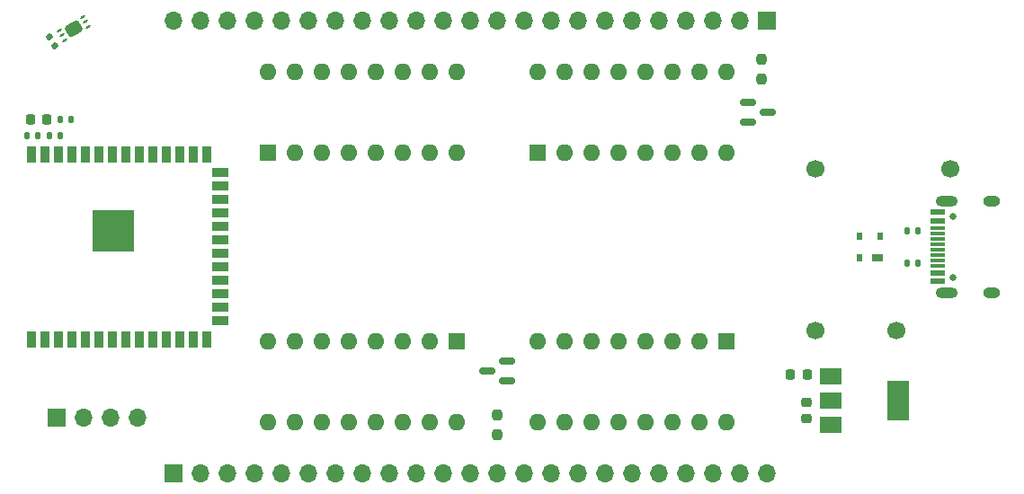
<source format=gbr>
%TF.GenerationSoftware,KiCad,Pcbnew,7.0.5*%
%TF.CreationDate,2023-07-04T20:42:27-04:00*%
%TF.ProjectId,Nixie Clock,4e697869-6520-4436-9c6f-636b2e6b6963,rev?*%
%TF.SameCoordinates,Original*%
%TF.FileFunction,Soldermask,Bot*%
%TF.FilePolarity,Negative*%
%FSLAX46Y46*%
G04 Gerber Fmt 4.6, Leading zero omitted, Abs format (unit mm)*
G04 Created by KiCad (PCBNEW 7.0.5) date 2023-07-04 20:42:27*
%MOMM*%
%LPD*%
G01*
G04 APERTURE LIST*
G04 Aperture macros list*
%AMRoundRect*
0 Rectangle with rounded corners*
0 $1 Rounding radius*
0 $2 $3 $4 $5 $6 $7 $8 $9 X,Y pos of 4 corners*
0 Add a 4 corners polygon primitive as box body*
4,1,4,$2,$3,$4,$5,$6,$7,$8,$9,$2,$3,0*
0 Add four circle primitives for the rounded corners*
1,1,$1+$1,$2,$3*
1,1,$1+$1,$4,$5*
1,1,$1+$1,$6,$7*
1,1,$1+$1,$8,$9*
0 Add four rect primitives between the rounded corners*
20,1,$1+$1,$2,$3,$4,$5,0*
20,1,$1+$1,$4,$5,$6,$7,0*
20,1,$1+$1,$6,$7,$8,$9,0*
20,1,$1+$1,$8,$9,$2,$3,0*%
G04 Aperture macros list end*
%ADD10R,1.600000X1.600000*%
%ADD11O,1.600000X1.600000*%
%ADD12C,1.700000*%
%ADD13R,1.700000X1.700000*%
%ADD14O,1.700000X1.700000*%
%ADD15RoundRect,0.140000X0.140000X0.170000X-0.140000X0.170000X-0.140000X-0.170000X0.140000X-0.170000X0*%
%ADD16RoundRect,0.300000X-0.539711X0.034808X-0.239711X-0.484808X0.539711X-0.034808X0.239711X0.484808X0*%
%ADD17RoundRect,0.055000X-0.196375X-0.049869X-0.141375X-0.145131X0.196375X0.049869X0.141375X0.145131X0*%
%ADD18RoundRect,0.140000X0.217224X-0.036244X0.077224X0.206244X-0.217224X0.036244X-0.077224X-0.206244X0*%
%ADD19RoundRect,0.140000X-0.140000X-0.170000X0.140000X-0.170000X0.140000X0.170000X-0.140000X0.170000X0*%
%ADD20C,0.650000*%
%ADD21R,1.450000X0.600000*%
%ADD22R,1.450000X0.300000*%
%ADD23O,1.600000X1.000000*%
%ADD24O,2.100000X1.000000*%
%ADD25RoundRect,0.225000X0.225000X0.250000X-0.225000X0.250000X-0.225000X-0.250000X0.225000X-0.250000X0*%
%ADD26RoundRect,0.135000X0.135000X0.185000X-0.135000X0.185000X-0.135000X-0.185000X0.135000X-0.185000X0*%
%ADD27R,1.000000X0.700000*%
%ADD28R,0.600000X0.700000*%
%ADD29RoundRect,0.225000X-0.250000X0.225000X-0.250000X-0.225000X0.250000X-0.225000X0.250000X0.225000X0*%
%ADD30RoundRect,0.237500X0.237500X-0.250000X0.237500X0.250000X-0.237500X0.250000X-0.237500X-0.250000X0*%
%ADD31RoundRect,0.150000X-0.587500X-0.150000X0.587500X-0.150000X0.587500X0.150000X-0.587500X0.150000X0*%
%ADD32R,2.000000X1.500000*%
%ADD33R,2.000000X3.800000*%
%ADD34RoundRect,0.237500X-0.237500X0.250000X-0.237500X-0.250000X0.237500X-0.250000X0.237500X0.250000X0*%
%ADD35R,0.900000X1.500000*%
%ADD36R,1.500000X0.900000*%
%ADD37C,0.600000*%
%ADD38R,3.900000X3.900000*%
%ADD39RoundRect,0.150000X0.587500X0.150000X-0.587500X0.150000X-0.587500X-0.150000X0.587500X-0.150000X0*%
G04 APERTURE END LIST*
D10*
%TO.C,U3*%
X176515000Y-92720000D03*
D11*
X173975000Y-92720000D03*
X171435000Y-92720000D03*
X168895000Y-92720000D03*
X166355000Y-92720000D03*
X163815000Y-92720000D03*
X161275000Y-92720000D03*
X158735000Y-92720000D03*
X158735000Y-100340000D03*
X161275000Y-100340000D03*
X163815000Y-100340000D03*
X166355000Y-100340000D03*
X168895000Y-100340000D03*
X171435000Y-100340000D03*
X173975000Y-100340000D03*
X176515000Y-100340000D03*
%TD*%
D12*
%TO.C,U7*%
X210312000Y-91694000D03*
X210312000Y-76454000D03*
X223012000Y-76454000D03*
X217932000Y-91694000D03*
%TD*%
D10*
%TO.C,U2*%
X184165000Y-74920000D03*
D11*
X186705000Y-74920000D03*
X189245000Y-74920000D03*
X191785000Y-74920000D03*
X194325000Y-74920000D03*
X196865000Y-74920000D03*
X199405000Y-74920000D03*
X201945000Y-74920000D03*
X201945000Y-67300000D03*
X199405000Y-67300000D03*
X196865000Y-67300000D03*
X194325000Y-67300000D03*
X191785000Y-67300000D03*
X189245000Y-67300000D03*
X186705000Y-67300000D03*
X184165000Y-67300000D03*
%TD*%
D13*
%TO.C,J2*%
X138811000Y-99949000D03*
D14*
X141351000Y-99949000D03*
X143891000Y-99949000D03*
X146431000Y-99949000D03*
%TD*%
D10*
%TO.C,U4*%
X201915000Y-92720000D03*
D11*
X199375000Y-92720000D03*
X196835000Y-92720000D03*
X194295000Y-92720000D03*
X191755000Y-92720000D03*
X189215000Y-92720000D03*
X186675000Y-92720000D03*
X184135000Y-92720000D03*
X184135000Y-100340000D03*
X186675000Y-100340000D03*
X189215000Y-100340000D03*
X191755000Y-100340000D03*
X194295000Y-100340000D03*
X196835000Y-100340000D03*
X199375000Y-100340000D03*
X201915000Y-100340000D03*
%TD*%
D13*
%TO.C,J4*%
X149860000Y-105156000D03*
D14*
X152400000Y-105156000D03*
X154940000Y-105156000D03*
X157480000Y-105156000D03*
X160020000Y-105156000D03*
X162560000Y-105156000D03*
X165100000Y-105156000D03*
X167640000Y-105156000D03*
X170180000Y-105156000D03*
X172720000Y-105156000D03*
X175260000Y-105156000D03*
X177800000Y-105156000D03*
X180340000Y-105156000D03*
X182880000Y-105156000D03*
X185420000Y-105156000D03*
X187960000Y-105156000D03*
X190500000Y-105156000D03*
X193040000Y-105156000D03*
X195580000Y-105156000D03*
X198120000Y-105156000D03*
X200660000Y-105156000D03*
X203200000Y-105156000D03*
X205740000Y-105156000D03*
%TD*%
D13*
%TO.C,J3*%
X205740000Y-62484000D03*
D14*
X203200000Y-62484000D03*
X200660000Y-62484000D03*
X198120000Y-62484000D03*
X195580000Y-62484000D03*
X193040000Y-62484000D03*
X190500000Y-62484000D03*
X187960000Y-62484000D03*
X185420000Y-62484000D03*
X182880000Y-62484000D03*
X180340000Y-62484000D03*
X177800000Y-62484000D03*
X175260000Y-62484000D03*
X172720000Y-62484000D03*
X170180000Y-62484000D03*
X167640000Y-62484000D03*
X165100000Y-62484000D03*
X162560000Y-62484000D03*
X160020000Y-62484000D03*
X157480000Y-62484000D03*
X154940000Y-62484000D03*
X152400000Y-62484000D03*
X149860000Y-62484000D03*
%TD*%
D10*
%TO.C,U1*%
X158765000Y-74920000D03*
D11*
X161305000Y-74920000D03*
X163845000Y-74920000D03*
X166385000Y-74920000D03*
X168925000Y-74920000D03*
X171465000Y-74920000D03*
X174005000Y-74920000D03*
X176545000Y-74920000D03*
X176545000Y-67300000D03*
X174005000Y-67300000D03*
X171465000Y-67300000D03*
X168925000Y-67300000D03*
X166385000Y-67300000D03*
X163845000Y-67300000D03*
X161305000Y-67300000D03*
X158765000Y-67300000D03*
%TD*%
D15*
%TO.C,C4*%
X137030400Y-73304400D03*
X136070400Y-73304400D03*
%TD*%
D16*
%TO.C,PD1*%
X140462000Y-63246000D03*
D17*
X139616148Y-64320941D03*
X139362148Y-63881000D03*
X139108148Y-63441059D03*
X141307852Y-62171059D03*
X141561852Y-62611000D03*
X141815852Y-63050941D03*
%TD*%
D18*
%TO.C,C6*%
X138619200Y-64880892D03*
X138139200Y-64049508D03*
%TD*%
D19*
%TO.C,C5*%
X139192000Y-71831200D03*
X140152000Y-71831200D03*
%TD*%
D20*
%TO.C,J1*%
X223206000Y-80930000D03*
X223206000Y-86710000D03*
D21*
X221761000Y-80570000D03*
X221761000Y-81370000D03*
D22*
X221761000Y-82570000D03*
X221761000Y-83570000D03*
X221761000Y-84070000D03*
X221761000Y-85070000D03*
D21*
X221761000Y-86270000D03*
X221761000Y-87070000D03*
X221761000Y-87070000D03*
X221761000Y-86270000D03*
D22*
X221761000Y-85570000D03*
X221761000Y-84570000D03*
X221761000Y-83070000D03*
X221761000Y-82070000D03*
D21*
X221761000Y-81370000D03*
X221761000Y-80570000D03*
D23*
X226856000Y-79500000D03*
D24*
X222676000Y-79500000D03*
D23*
X226856000Y-88140000D03*
D24*
X222676000Y-88140000D03*
%TD*%
D25*
%TO.C,C1*%
X209487000Y-95824000D03*
X207937000Y-95824000D03*
%TD*%
D26*
%TO.C,R3*%
X139194000Y-73304400D03*
X138174000Y-73304400D03*
%TD*%
D25*
%TO.C,C3*%
X137884200Y-71831200D03*
X136334200Y-71831200D03*
%TD*%
D26*
%TO.C,R1*%
X219966000Y-82296000D03*
X218946000Y-82296000D03*
%TD*%
D27*
%TO.C,D1*%
X216142000Y-84820000D03*
D28*
X214442000Y-84820000D03*
X214442000Y-82820000D03*
X216342000Y-82820000D03*
%TD*%
D29*
%TO.C,C2*%
X209474000Y-98488200D03*
X209474000Y-100038200D03*
%TD*%
D30*
%TO.C,R5*%
X180340000Y-101496500D03*
X180340000Y-99671500D03*
%TD*%
D31*
%TO.C,Q1*%
X203913500Y-72070000D03*
X203913500Y-70170000D03*
X205788500Y-71120000D03*
%TD*%
D32*
%TO.C,U6*%
X211734000Y-100598000D03*
X211734000Y-98298000D03*
D33*
X218034000Y-98298000D03*
D32*
X211734000Y-95998000D03*
%TD*%
D34*
%TO.C,R4*%
X205232000Y-66143500D03*
X205232000Y-67968500D03*
%TD*%
D35*
%TO.C,U5*%
X136472000Y-75070000D03*
X137742000Y-75070000D03*
X139012000Y-75070000D03*
X140282000Y-75070000D03*
X141552000Y-75070000D03*
X142822000Y-75070000D03*
X144092000Y-75070000D03*
X145362000Y-75070000D03*
X146632000Y-75070000D03*
X147902000Y-75070000D03*
X149172000Y-75070000D03*
X150442000Y-75070000D03*
X151712000Y-75070000D03*
X152982000Y-75070000D03*
D36*
X154232000Y-76835000D03*
X154232000Y-78105000D03*
X154232000Y-79375000D03*
X154232000Y-80645000D03*
X154232000Y-81915000D03*
X154232000Y-83185000D03*
X154232000Y-84455000D03*
X154232000Y-85725000D03*
X154232000Y-86995000D03*
X154232000Y-88265000D03*
X154232000Y-89535000D03*
X154232000Y-90805000D03*
D35*
X152982000Y-92570000D03*
X151712000Y-92570000D03*
X150442000Y-92570000D03*
X149172000Y-92570000D03*
X147902000Y-92570000D03*
X146632000Y-92570000D03*
X145362000Y-92570000D03*
X144092000Y-92570000D03*
X142822000Y-92570000D03*
X141552000Y-92570000D03*
X140282000Y-92570000D03*
X139012000Y-92570000D03*
X137742000Y-92570000D03*
X136472000Y-92570000D03*
D37*
X144892000Y-80920000D03*
X143492000Y-80920000D03*
X145592000Y-81620000D03*
X144192000Y-81620000D03*
X142792000Y-81620000D03*
X144892000Y-82320000D03*
D38*
X144192000Y-82320000D03*
D37*
X143492000Y-82320000D03*
X145592000Y-83020000D03*
X144192000Y-83020000D03*
X142792000Y-83020000D03*
X144892000Y-83720000D03*
X143492000Y-83720000D03*
%TD*%
D26*
%TO.C,R2*%
X219966000Y-85344000D03*
X218946000Y-85344000D03*
%TD*%
D39*
%TO.C,Q2*%
X181277500Y-94554000D03*
X181277500Y-96454000D03*
X179402500Y-95504000D03*
%TD*%
M02*

</source>
